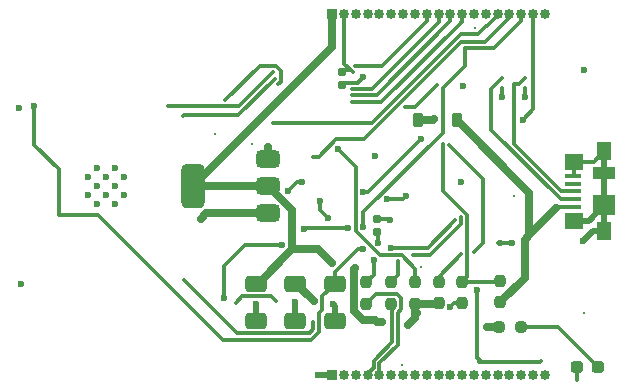
<source format=gbr>
%TF.GenerationSoftware,KiCad,Pcbnew,9.0.3*%
%TF.CreationDate,2025-08-23T20:39:01+05:00*%
%TF.ProjectId,esp-32-new,6573702d-3332-42d6-9e65-772e6b696361,rev?*%
%TF.SameCoordinates,Original*%
%TF.FileFunction,Copper,L1,Top*%
%TF.FilePolarity,Positive*%
%FSLAX46Y46*%
G04 Gerber Fmt 4.6, Leading zero omitted, Abs format (unit mm)*
G04 Created by KiCad (PCBNEW 9.0.3) date 2025-08-23 20:39:01*
%MOMM*%
%LPD*%
G01*
G04 APERTURE LIST*
G04 Aperture macros list*
%AMRoundRect*
0 Rectangle with rounded corners*
0 $1 Rounding radius*
0 $2 $3 $4 $5 $6 $7 $8 $9 X,Y pos of 4 corners*
0 Add a 4 corners polygon primitive as box body*
4,1,4,$2,$3,$4,$5,$6,$7,$8,$9,$2,$3,0*
0 Add four circle primitives for the rounded corners*
1,1,$1+$1,$2,$3*
1,1,$1+$1,$4,$5*
1,1,$1+$1,$6,$7*
1,1,$1+$1,$8,$9*
0 Add four rect primitives between the rounded corners*
20,1,$1+$1,$2,$3,$4,$5,0*
20,1,$1+$1,$4,$5,$6,$7,0*
20,1,$1+$1,$6,$7,$8,$9,0*
20,1,$1+$1,$8,$9,$2,$3,0*%
G04 Aperture macros list end*
%TA.AperFunction,SMDPad,CuDef*%
%ADD10RoundRect,0.237500X0.237500X-0.250000X0.237500X0.250000X-0.237500X0.250000X-0.237500X-0.250000X0*%
%TD*%
%TA.AperFunction,SMDPad,CuDef*%
%ADD11RoundRect,0.062500X-0.062500X0.117500X-0.062500X-0.117500X0.062500X-0.117500X0.062500X0.117500X0*%
%TD*%
%TA.AperFunction,SMDPad,CuDef*%
%ADD12RoundRect,0.155000X0.155000X-0.212500X0.155000X0.212500X-0.155000X0.212500X-0.155000X-0.212500X0*%
%TD*%
%TA.AperFunction,SMDPad,CuDef*%
%ADD13RoundRect,0.237500X-0.250000X-0.237500X0.250000X-0.237500X0.250000X0.237500X-0.250000X0.237500X0*%
%TD*%
%TA.AperFunction,SMDPad,CuDef*%
%ADD14RoundRect,0.250000X-0.650000X0.412500X-0.650000X-0.412500X0.650000X-0.412500X0.650000X0.412500X0*%
%TD*%
%TA.AperFunction,SMDPad,CuDef*%
%ADD15RoundRect,0.237500X-0.287500X-0.237500X0.287500X-0.237500X0.287500X0.237500X-0.287500X0.237500X0*%
%TD*%
%TA.AperFunction,SMDPad,CuDef*%
%ADD16RoundRect,0.225000X-0.225000X-0.375000X0.225000X-0.375000X0.225000X0.375000X-0.225000X0.375000X0*%
%TD*%
%TA.AperFunction,SMDPad,CuDef*%
%ADD17RoundRect,0.375000X0.625000X0.375000X-0.625000X0.375000X-0.625000X-0.375000X0.625000X-0.375000X0*%
%TD*%
%TA.AperFunction,SMDPad,CuDef*%
%ADD18RoundRect,0.500000X0.500000X1.400000X-0.500000X1.400000X-0.500000X-1.400000X0.500000X-1.400000X0*%
%TD*%
%TA.AperFunction,SMDPad,CuDef*%
%ADD19RoundRect,0.112500X-0.187500X-0.112500X0.187500X-0.112500X0.187500X0.112500X-0.187500X0.112500X0*%
%TD*%
%TA.AperFunction,SMDPad,CuDef*%
%ADD20R,1.380000X0.450000*%
%TD*%
%TA.AperFunction,SMDPad,CuDef*%
%ADD21R,1.300000X1.650000*%
%TD*%
%TA.AperFunction,SMDPad,CuDef*%
%ADD22R,1.550000X1.425000*%
%TD*%
%TA.AperFunction,SMDPad,CuDef*%
%ADD23R,1.900000X1.800000*%
%TD*%
%TA.AperFunction,SMDPad,CuDef*%
%ADD24R,1.900000X1.000000*%
%TD*%
%TA.AperFunction,ComponentPad*%
%ADD25R,0.850000X0.850000*%
%TD*%
%TA.AperFunction,ComponentPad*%
%ADD26C,0.850000*%
%TD*%
%TA.AperFunction,HeatsinkPad*%
%ADD27C,0.600000*%
%TD*%
%TA.AperFunction,ViaPad*%
%ADD28C,0.600000*%
%TD*%
%TA.AperFunction,ViaPad*%
%ADD29C,0.300000*%
%TD*%
%TA.AperFunction,Conductor*%
%ADD30C,0.300000*%
%TD*%
%TA.AperFunction,Conductor*%
%ADD31C,0.500000*%
%TD*%
%TA.AperFunction,Conductor*%
%ADD32C,0.700000*%
%TD*%
G04 APERTURE END LIST*
D10*
%TO.P,R4,1*%
%TO.N,/VBUS*%
X110620000Y-118480000D03*
%TO.P,R4,2*%
%TO.N,Net-(U2-VBUS)*%
X110620000Y-116655000D03*
%TD*%
%TO.P,R2,1*%
%TO.N,/VDD33*%
X105420000Y-118560000D03*
%TO.P,R2,2*%
%TO.N,Net-(U2-~{RST})*%
X105420000Y-116735000D03*
%TD*%
D11*
%TO.P,D3,1,A1*%
%TO.N,GND*%
X110800000Y-100327500D03*
%TO.P,D3,2,A2*%
%TO.N,/USB_DN*%
X110800000Y-99487500D03*
%TD*%
D10*
%TO.P,R3,1*%
%TO.N,GND*%
X107410000Y-118560000D03*
%TO.P,R3,2*%
%TO.N,Net-(U2-VBUS)*%
X107410000Y-116735000D03*
%TD*%
D12*
%TO.P,C9,1*%
%TO.N,GND*%
X97280000Y-100107500D03*
%TO.P,C9,2*%
%TO.N,/EN*%
X97280000Y-98972500D03*
%TD*%
D13*
%TO.P,R10,1*%
%TO.N,/EXT_5V*%
X110560000Y-120590000D03*
%TO.P,R10,2*%
%TO.N,Net-(D5-A)*%
X112385000Y-120590000D03*
%TD*%
D14*
%TO.P,C7,1*%
%TO.N,/VDD33*%
X89930000Y-116890000D03*
%TO.P,C7,2*%
%TO.N,GND*%
X89930000Y-120015000D03*
%TD*%
D15*
%TO.P,D5,1,K*%
%TO.N,GND*%
X117150000Y-123950000D03*
%TO.P,D5,2,A*%
%TO.N,Net-(D5-A)*%
X118900000Y-123950000D03*
%TD*%
D14*
%TO.P,C6,1*%
%TO.N,/EXT_5V*%
X93280000Y-116890000D03*
%TO.P,C6,2*%
%TO.N,GND*%
X93280000Y-120015000D03*
%TD*%
D11*
%TO.P,D4,1,A1*%
%TO.N,GND*%
X112750000Y-100327500D03*
%TO.P,D4,2,A2*%
%TO.N,/USB_DP*%
X112750000Y-99487500D03*
%TD*%
D16*
%TO.P,D2,1,K*%
%TO.N,/EXT_5V*%
X103660000Y-103020000D03*
%TO.P,D2,2,A*%
%TO.N,/VBUS*%
X106960000Y-103020000D03*
%TD*%
D10*
%TO.P,R9,1*%
%TO.N,/TXD0*%
X101400000Y-118572500D03*
%TO.P,R9,2*%
%TO.N,/RXD*%
X101400000Y-116747500D03*
%TD*%
%TO.P,R8,1*%
%TO.N,/RXD0*%
X99270000Y-118602500D03*
%TO.P,R8,2*%
%TO.N,/TXD*%
X99270000Y-116777500D03*
%TD*%
D17*
%TO.P,U3,1,GND*%
%TO.N,GND*%
X90960000Y-110910000D03*
%TO.P,U3,2,VO*%
%TO.N,/VDD33*%
X90960000Y-108610000D03*
D18*
X84660000Y-108610000D03*
D17*
%TO.P,U3,3,VI*%
%TO.N,/EXT_5V*%
X90960000Y-106310000D03*
%TD*%
D12*
%TO.P,C2,1*%
%TO.N,Net-(U1-VDD)*%
X100230000Y-112517500D03*
%TO.P,C2,2*%
%TO.N,GND*%
X100230000Y-111382500D03*
%TD*%
D19*
%TO.P,D1,1,A1*%
%TO.N,GND*%
X110612500Y-113410000D03*
%TO.P,D1,2,A2*%
%TO.N,/VBUS*%
X112712500Y-113410000D03*
%TD*%
D20*
%TO.P,J1,1,VBUS*%
%TO.N,/VBUS*%
X116800000Y-110370000D03*
%TO.P,J1,2,D-*%
%TO.N,/USB_DN*%
X116800000Y-109720000D03*
%TO.P,J1,3,D+*%
%TO.N,/USB_DP*%
X116800000Y-109070000D03*
%TO.P,J1,4,ID*%
%TO.N,unconnected-(J1-ID-Pad4)*%
X116800000Y-108420000D03*
%TO.P,J1,5,GND*%
%TO.N,GND*%
X116800000Y-107770000D03*
D21*
%TO.P,J1,6,Shield*%
X119460000Y-112445000D03*
D22*
X116885000Y-111557500D03*
D23*
X119460000Y-110220000D03*
D24*
X119460000Y-107520000D03*
D22*
X116885000Y-106582500D03*
D21*
X119460000Y-105695000D03*
%TD*%
D25*
%TO.P,J2,1,Pin_1*%
%TO.N,/VDD33*%
X96415000Y-94050000D03*
D26*
%TO.P,J2,2,Pin_2*%
%TO.N,/EN*%
X97415000Y-94050000D03*
%TO.P,J2,3,Pin_3*%
%TO.N,/SENSOR_VP*%
X98415000Y-94050000D03*
%TO.P,J2,4,Pin_4*%
X99415000Y-94050000D03*
%TO.P,J2,5,Pin_5*%
%TO.N,/IO34*%
X100415000Y-94050000D03*
%TO.P,J2,6,Pin_6*%
%TO.N,/IO35*%
X101415000Y-94050000D03*
%TO.P,J2,7,Pin_7*%
%TO.N,/IO32*%
X102415000Y-94050000D03*
%TO.P,J2,8,Pin_8*%
%TO.N,/IO33*%
X103415000Y-94050000D03*
%TO.P,J2,9,Pin_9*%
%TO.N,/IO25*%
X104415000Y-94050000D03*
%TO.P,J2,10,Pin_10*%
%TO.N,/IO26*%
X105415000Y-94050000D03*
%TO.P,J2,11,Pin_11*%
%TO.N,/IO27*%
X106415000Y-94050000D03*
%TO.P,J2,12,Pin_12*%
%TO.N,/IO14*%
X107415000Y-94050000D03*
%TO.P,J2,13,Pin_13*%
%TO.N,/IO12*%
X108415000Y-94050000D03*
%TO.P,J2,14,Pin_14*%
%TO.N,GND*%
X109415000Y-94050000D03*
%TO.P,J2,15,Pin_15*%
%TO.N,/IO13*%
X110415000Y-94050000D03*
%TO.P,J2,16,Pin_16*%
%TO.N,/SHD*%
X111415000Y-94050000D03*
%TO.P,J2,17,Pin_17*%
%TO.N,/SWP*%
X112415000Y-94050000D03*
%TO.P,J2,18,Pin_18*%
%TO.N,/SCS*%
X113415000Y-94050000D03*
%TO.P,J2,19,Pin_19*%
%TO.N,/EXT_5V*%
X114415000Y-94050000D03*
%TD*%
D14*
%TO.P,C1,1*%
%TO.N,Net-(U1-VDD)*%
X96630000Y-116890000D03*
%TO.P,C1,2*%
%TO.N,GND*%
X96630000Y-120015000D03*
%TD*%
D10*
%TO.P,R1,1*%
%TO.N,/VDD33*%
X103460000Y-118602500D03*
%TO.P,R1,2*%
%TO.N,/EN*%
X103460000Y-116777500D03*
%TD*%
D27*
%TO.P,U1,39,GND*%
%TO.N,GND*%
X78027500Y-107110000D03*
X76502500Y-107110000D03*
X78790000Y-107872500D03*
X77265000Y-107872500D03*
X75740000Y-107872500D03*
X78027500Y-108635000D03*
X76502500Y-108635000D03*
X78790000Y-109397500D03*
X77265000Y-109397500D03*
X75740000Y-109397500D03*
X78027500Y-110160000D03*
X76502500Y-110160000D03*
%TD*%
D25*
%TO.P,J3,1,Pin_1*%
%TO.N,GND*%
X96415000Y-124590000D03*
D26*
%TO.P,J3,2,Pin_2*%
%TO.N,/IO23*%
X97415000Y-124590000D03*
%TO.P,J3,3,Pin_3*%
%TO.N,/IO22*%
X98415000Y-124590000D03*
%TO.P,J3,4,Pin_4*%
%TO.N,/TXD0*%
X99415000Y-124590000D03*
%TO.P,J3,5,Pin_5*%
%TO.N,/RXD0*%
X100415000Y-124590000D03*
%TO.P,J3,6,Pin_6*%
%TO.N,/IO21*%
X101415000Y-124590000D03*
%TO.P,J3,7,Pin_7*%
%TO.N,GND*%
X102415000Y-124590000D03*
%TO.P,J3,8,Pin_8*%
%TO.N,/IO19*%
X103415000Y-124590000D03*
%TO.P,J3,9,Pin_9*%
%TO.N,/IO18*%
X104415000Y-124590000D03*
%TO.P,J3,10,Pin_10*%
%TO.N,/IO5*%
X105415000Y-124590000D03*
%TO.P,J3,11,Pin_11*%
%TO.N,/IO17*%
X106415000Y-124590000D03*
%TO.P,J3,12,Pin_12*%
%TO.N,/IO16*%
X107415000Y-124590000D03*
%TO.P,J3,13,Pin_13*%
%TO.N,/IO4*%
X108415000Y-124590000D03*
%TO.P,J3,14,Pin_14*%
%TO.N,/IO2*%
X109415000Y-124590000D03*
%TO.P,J3,15,Pin_15*%
%TO.N,/IO0*%
X110415000Y-124590000D03*
%TO.P,J3,16,Pin_16*%
%TO.N,/IO15*%
X111415000Y-124590000D03*
%TO.P,J3,17,Pin_17*%
%TO.N,/SDI*%
X112415000Y-124590000D03*
%TO.P,J3,18,Pin_18*%
%TO.N,/SD0*%
X113415000Y-124590000D03*
%TO.P,J3,19,Pin_19*%
%TO.N,/SCK*%
X114415000Y-124590000D03*
%TD*%
D28*
%TO.N,Net-(U1-VDD)*%
X98990380Y-113969620D03*
X100274620Y-113415380D03*
X71200000Y-101810000D03*
%TO.N,GND*%
X110800000Y-101130000D03*
X107480000Y-100120000D03*
D29*
X117720000Y-119390000D03*
D28*
X117630000Y-113300000D03*
X107350000Y-108250000D03*
X112750000Y-101120000D03*
X96470000Y-118630000D03*
X106410000Y-118870000D03*
D29*
X108511574Y-95261574D03*
D28*
X99040000Y-99430000D03*
X95230000Y-124630000D03*
X101300000Y-111460000D03*
D29*
X117110000Y-125040000D03*
D28*
X100020000Y-106120000D03*
X117760000Y-98830000D03*
X69860000Y-101980000D03*
X111650000Y-113440000D03*
D29*
X89660000Y-105080000D03*
X86500000Y-104190000D03*
D28*
X89990000Y-118610000D03*
X70040000Y-116900000D03*
D29*
X102330000Y-123760000D03*
D28*
X93300000Y-118470000D03*
D29*
X85270000Y-111380000D03*
X111790000Y-109480000D03*
%TO.N,/EN*%
X98140000Y-98990000D03*
D28*
X96880000Y-105470000D03*
D29*
%TO.N,Net-(U2-VDD)*%
X105280000Y-100080000D03*
X102543554Y-101943554D03*
D28*
%TO.N,/EXT_5V*%
X105060000Y-102910000D03*
X90970000Y-105360000D03*
X109550000Y-120590000D03*
X94850000Y-118390000D03*
%TO.N,/VDD33*%
X100630000Y-120130000D03*
X102850000Y-120368480D03*
X96430000Y-115140000D03*
X98353069Y-115526932D03*
%TO.N,/SCS*%
X92705380Y-109014620D03*
X103910000Y-104650000D03*
X112550000Y-103050000D03*
X99060000Y-109150000D03*
X93830000Y-108300000D03*
D29*
%TO.N,/IO14*%
X91865390Y-100024554D03*
X98100000Y-101530000D03*
X87380000Y-101360000D03*
%TO.N,/SHD*%
X94810000Y-106140000D03*
%TO.N,/IO25*%
X98309106Y-98452000D03*
%TO.N,/IO13*%
X91400000Y-103300000D03*
D28*
%TO.N,/SWP*%
X93990000Y-112270000D03*
X99060000Y-112090000D03*
X97720000Y-112160000D03*
D29*
%TO.N,/IO27*%
X98130000Y-100910000D03*
X83790000Y-102710000D03*
X91544554Y-99524554D03*
%TO.N,/IO26*%
X98086446Y-100373554D03*
X82470000Y-101860000D03*
X91410000Y-98952000D03*
D28*
%TO.N,/IO0*%
X108670000Y-117420000D03*
X87220000Y-118140000D03*
X92180000Y-113610000D03*
D29*
X110040000Y-123540000D03*
X114080000Y-123430000D03*
X103961000Y-115500000D03*
%TO.N,/IO16*%
X94800000Y-120170000D03*
X83900000Y-116580000D03*
%TO.N,/IO4*%
X91640000Y-118380000D03*
X88240000Y-118520000D03*
D28*
%TO.N,Net-(Q2-B)*%
X96072500Y-111350000D03*
X95340000Y-109910000D03*
%TO.N,/DTR*%
X102666543Y-109503457D03*
X101087303Y-109762697D03*
D29*
%TO.N,Net-(U2-~{RST})*%
X106310000Y-105121523D03*
X107332000Y-114380000D03*
X108400000Y-114230000D03*
%TO.N,Net-(U2-VBUS)*%
X105810000Y-105080000D03*
D28*
%TO.N,/TXD*%
X99930380Y-114909620D03*
X101370000Y-113840000D03*
D29*
X106830000Y-111510000D03*
%TO.N,/RXD*%
X103220000Y-114440000D03*
X107310000Y-111281479D03*
X101990000Y-114990000D03*
%TD*%
D30*
%TO.N,Net-(U1-VDD)*%
X96630000Y-116890000D02*
X95551000Y-117969000D01*
X100274620Y-112562120D02*
X100230000Y-112517500D01*
X71200000Y-105110000D02*
X71200000Y-101810000D01*
X96630000Y-115930000D02*
X98590380Y-113969620D01*
X95301000Y-120977521D02*
X94598521Y-121680000D01*
X94598521Y-121680000D02*
X87190000Y-121680000D01*
X95301000Y-119375521D02*
X95301000Y-120977521D01*
X98590380Y-113969620D02*
X98990380Y-113969620D01*
X95551000Y-119125521D02*
X95301000Y-119375521D01*
X96630000Y-116890000D02*
X96630000Y-115930000D01*
X73280000Y-107190000D02*
X71200000Y-105110000D01*
X100274620Y-113415380D02*
X100274620Y-112562120D01*
X73280000Y-111070000D02*
X73280000Y-107190000D01*
X87190000Y-121680000D02*
X76580000Y-111070000D01*
X95551000Y-117969000D02*
X95551000Y-119125521D01*
X76580000Y-111070000D02*
X73280000Y-111070000D01*
D31*
%TO.N,GND*%
X118485000Y-112445000D02*
X117630000Y-113300000D01*
D30*
X118572500Y-106582500D02*
X119460000Y-105695000D01*
X98597446Y-99872554D02*
X99040000Y-99430000D01*
D31*
X119460000Y-112445000D02*
X118485000Y-112445000D01*
D30*
X117150000Y-125000000D02*
X117110000Y-125040000D01*
X97280000Y-100107500D02*
X97514946Y-99872554D01*
D32*
X90960000Y-110910000D02*
X85740000Y-110910000D01*
D31*
X95270000Y-124590000D02*
X95230000Y-124630000D01*
X96630000Y-118790000D02*
X96470000Y-118630000D01*
D30*
X110800000Y-100327500D02*
X110800000Y-101130000D01*
D31*
X119460000Y-112445000D02*
X119460000Y-105695000D01*
D30*
X100230000Y-111382500D02*
X101222500Y-111382500D01*
X116885000Y-106582500D02*
X116885000Y-107685000D01*
X101222500Y-111382500D02*
X101300000Y-111460000D01*
D31*
X89930000Y-118670000D02*
X89990000Y-118610000D01*
X89930000Y-120015000D02*
X89930000Y-118670000D01*
D30*
X97514946Y-99872554D02*
X98597446Y-99872554D01*
D31*
X118122500Y-111557500D02*
X119460000Y-110220000D01*
D30*
X110612500Y-113410000D02*
X111620000Y-113410000D01*
X116885000Y-107685000D02*
X116800000Y-107770000D01*
D31*
X116885000Y-111557500D02*
X118122500Y-111557500D01*
X96415000Y-124590000D02*
X95270000Y-124590000D01*
D30*
X117150000Y-123950000D02*
X117150000Y-125000000D01*
D31*
X96630000Y-120015000D02*
X96630000Y-118790000D01*
D30*
X116885000Y-106582500D02*
X118572500Y-106582500D01*
D32*
X85740000Y-110910000D02*
X85270000Y-111380000D01*
D30*
X111620000Y-113410000D02*
X111650000Y-113440000D01*
D31*
X93280000Y-120015000D02*
X93280000Y-118490000D01*
D30*
X107410000Y-118560000D02*
X106720000Y-118560000D01*
X106720000Y-118560000D02*
X106410000Y-118870000D01*
X112750000Y-100327500D02*
X112750000Y-101120000D01*
D31*
X93280000Y-118490000D02*
X93300000Y-118470000D01*
D30*
%TO.N,/EN*%
X98140000Y-98990000D02*
X97987500Y-98837500D01*
X97415000Y-98265000D02*
X98140000Y-98990000D01*
X97415000Y-98837500D02*
X97280000Y-98972500D01*
X97987500Y-98837500D02*
X97415000Y-98837500D01*
X102310000Y-114490000D02*
X103460000Y-115640000D01*
X97415000Y-94050000D02*
X97415000Y-98265000D01*
X98410000Y-107000000D02*
X98410000Y-112470000D01*
X100430000Y-114490000D02*
X102310000Y-114490000D01*
X96880000Y-105470000D02*
X98410000Y-107000000D01*
X98410000Y-112470000D02*
X100430000Y-114490000D01*
X103460000Y-115640000D02*
X103460000Y-116777500D01*
%TO.N,Net-(U2-VDD)*%
X102543554Y-101943554D02*
X103416446Y-101943554D01*
X103416446Y-101943554D02*
X105280000Y-100080000D01*
D32*
%TO.N,/EXT_5V*%
X93350000Y-116890000D02*
X94850000Y-118390000D01*
X103660000Y-103020000D02*
X104950000Y-103020000D01*
X93280000Y-116890000D02*
X93350000Y-116890000D01*
X104950000Y-103020000D02*
X105060000Y-102910000D01*
X90970000Y-106300000D02*
X90960000Y-106310000D01*
X90970000Y-105360000D02*
X90970000Y-106300000D01*
X109550000Y-120590000D02*
X110560000Y-120590000D01*
%TO.N,/VDD33*%
X96415000Y-94050000D02*
X96415000Y-96855000D01*
X103460000Y-118602500D02*
X103460000Y-119240000D01*
X90960000Y-108610000D02*
X91020000Y-108610000D01*
X96415000Y-96855000D02*
X84660000Y-108610000D01*
X90103496Y-116890000D02*
X89930000Y-116890000D01*
X100630000Y-120130000D02*
X100178280Y-120130000D01*
X91020000Y-108610000D02*
X93031000Y-110621000D01*
X102850000Y-120368480D02*
X103460000Y-119758480D01*
X98244000Y-115636001D02*
X98353069Y-115526932D01*
X93031000Y-113962496D02*
X95252496Y-113962496D01*
X100014640Y-119966360D02*
X99024672Y-119966360D01*
X103460000Y-118602500D02*
X105377500Y-118602500D01*
X103460000Y-119758480D02*
X103460000Y-119240000D01*
X84660000Y-108610000D02*
X90960000Y-108610000D01*
X95252496Y-113962496D02*
X96430000Y-115140000D01*
X98244000Y-119185688D02*
X98244000Y-115636001D01*
X93031000Y-110621000D02*
X93031000Y-113962496D01*
X99024672Y-119966360D02*
X98244000Y-119185688D01*
X100178280Y-120130000D02*
X100014640Y-119966360D01*
X93031000Y-113962496D02*
X90103496Y-116890000D01*
X103460000Y-119240000D02*
X103560000Y-119340000D01*
X105377500Y-118602500D02*
X105420000Y-118560000D01*
%TO.N,/VBUS*%
X113115000Y-112765000D02*
X115400000Y-110480000D01*
D30*
X115510000Y-110370000D02*
X115400000Y-110480000D01*
D32*
X113115000Y-109175000D02*
X106960000Y-103020000D01*
X112712500Y-113167500D02*
X113115000Y-112765000D01*
X110620000Y-118480000D02*
X112712500Y-116387500D01*
X112712500Y-116387500D02*
X112712500Y-113410000D01*
X113115000Y-112765000D02*
X113115000Y-109175000D01*
D30*
X116800000Y-110370000D02*
X115510000Y-110370000D01*
D32*
X112712500Y-113410000D02*
X112712500Y-113167500D01*
D30*
%TO.N,/USB_DN*%
X116800000Y-109720000D02*
X115751480Y-109720000D01*
X109880000Y-103848520D02*
X109880000Y-100407500D01*
X109880000Y-100407500D02*
X110800000Y-99487500D01*
X115751480Y-109720000D02*
X109880000Y-103848520D01*
%TO.N,/USB_DP*%
X116800000Y-109070000D02*
X115810000Y-109070000D01*
X111810000Y-99990000D02*
X112247500Y-99990000D01*
X112247500Y-99990000D02*
X112750000Y-99487500D01*
X111810000Y-105070000D02*
X111810000Y-99990000D01*
X115810000Y-109070000D02*
X111810000Y-105070000D01*
%TO.N,Net-(D5-A)*%
X115540000Y-120590000D02*
X118900000Y-123950000D01*
X112385000Y-120590000D02*
X115540000Y-120590000D01*
%TO.N,/SCS*%
X99410000Y-109150000D02*
X99060000Y-109150000D01*
X93830000Y-108300000D02*
X93420000Y-108300000D01*
X113415000Y-102145000D02*
X112640000Y-102920000D01*
X103910000Y-104650000D02*
X99410000Y-109150000D01*
X112640000Y-102960000D02*
X112550000Y-103050000D01*
X113415000Y-94050000D02*
X113415000Y-102145000D01*
X93420000Y-108300000D02*
X92705380Y-109014620D01*
X112640000Y-102920000D02*
X112640000Y-102960000D01*
%TO.N,/IO14*%
X107387940Y-94699437D02*
X107193689Y-94893689D01*
X100557377Y-101530000D02*
X98100000Y-101530000D01*
X107193689Y-94893689D02*
X107415000Y-94672378D01*
X92045554Y-98879034D02*
X91617520Y-98451000D01*
X91865390Y-100024554D02*
X92045554Y-99844390D01*
X92045554Y-99844390D02*
X92045554Y-98879034D01*
X91617520Y-98451000D02*
X90289000Y-98451000D01*
X107415000Y-94672378D02*
X107415000Y-94050000D01*
X107193689Y-94893689D02*
X100557377Y-101530000D01*
X90289000Y-98451000D02*
X87380000Y-101360000D01*
%TO.N,/SHD*%
X95270000Y-106140000D02*
X96751000Y-104659000D01*
X111415000Y-94358147D02*
X111415000Y-94050000D01*
X107350000Y-96430000D02*
X109343147Y-96430000D01*
X109343147Y-96430000D02*
X111415000Y-94358147D01*
X94810000Y-106140000D02*
X95270000Y-106140000D01*
X96751000Y-104659000D02*
X99121000Y-104659000D01*
X99121000Y-104659000D02*
X107350000Y-96430000D01*
%TO.N,/IO25*%
X100658000Y-98452000D02*
X98309106Y-98452000D01*
X104420000Y-94690000D02*
X104415000Y-94685000D01*
X104415000Y-94685000D02*
X104415000Y-94050000D01*
X104420000Y-94690000D02*
X100658000Y-98452000D01*
%TO.N,/IO13*%
X109450000Y-95040000D02*
X108727426Y-95762574D01*
X110415000Y-94147430D02*
X109522430Y-95040000D01*
X109522430Y-95040000D02*
X109450000Y-95040000D01*
X107382574Y-95762574D02*
X107340000Y-95720000D01*
X108727426Y-95762574D02*
X107382574Y-95762574D01*
X107340000Y-95720000D02*
X99760000Y-103300000D01*
X110415000Y-94050000D02*
X110415000Y-94147430D01*
X99760000Y-103300000D02*
X91400000Y-103300000D01*
%TO.N,/SWP*%
X112415000Y-94050000D02*
X112415000Y-94651040D01*
X107640000Y-96970000D02*
X107640000Y-98428521D01*
X99060000Y-110851000D02*
X99060000Y-112090000D01*
X105761000Y-104150000D02*
X99060000Y-110851000D01*
X110096040Y-96970000D02*
X107640000Y-96970000D01*
X107640000Y-98428521D02*
X105761000Y-100307521D01*
X97720000Y-112160000D02*
X94100000Y-112160000D01*
X112415000Y-94651040D02*
X110096040Y-96970000D01*
X105761000Y-100307521D02*
X105761000Y-104150000D01*
X94100000Y-112160000D02*
X93990000Y-112270000D01*
%TO.N,/IO27*%
X100179538Y-100910000D02*
X106415000Y-94674538D01*
X98130000Y-100910000D02*
X100179538Y-100910000D01*
X106415000Y-94674538D02*
X106415000Y-94050000D01*
X83850000Y-102650000D02*
X83790000Y-102710000D01*
X91544554Y-99555446D02*
X88450000Y-102650000D01*
X88450000Y-102650000D02*
X83850000Y-102650000D01*
X91544554Y-99524554D02*
X91544554Y-99555446D01*
%TO.N,/IO26*%
X99756446Y-100373554D02*
X105415000Y-94715000D01*
X88502000Y-101860000D02*
X82470000Y-101860000D01*
X105415000Y-94715000D02*
X105415000Y-94050000D01*
X91410000Y-98952000D02*
X88502000Y-101860000D01*
X98086446Y-100373554D02*
X99756446Y-100373554D01*
%TO.N,/IO0*%
X109060000Y-123540000D02*
X108860000Y-123540000D01*
X87220000Y-118140000D02*
X87220000Y-115430000D01*
X110040000Y-123540000D02*
X109060000Y-123540000D01*
X108670000Y-123150000D02*
X108670000Y-117420000D01*
X89040000Y-113610000D02*
X92180000Y-113610000D01*
X113970000Y-123540000D02*
X114080000Y-123430000D01*
X109060000Y-123540000D02*
X108670000Y-123150000D01*
X87220000Y-115430000D02*
X89040000Y-113610000D01*
X110040000Y-123540000D02*
X113970000Y-123540000D01*
%TO.N,/IO16*%
X94800000Y-120770000D02*
X94541500Y-121028500D01*
X94541500Y-121028500D02*
X88348500Y-121028500D01*
X94800000Y-120170000D02*
X94800000Y-120770000D01*
X88348500Y-121028500D02*
X83900000Y-116580000D01*
%TO.N,/RXD0*%
X101960000Y-122070000D02*
X101960000Y-119338846D01*
X102226000Y-118072154D02*
X101887846Y-117734000D01*
X101887846Y-117734000D02*
X100138500Y-117734000D01*
X100138500Y-117734000D02*
X99270000Y-118602500D01*
X100415000Y-123615000D02*
X101960000Y-122070000D01*
X100415000Y-124590000D02*
X100415000Y-123615000D01*
X101960000Y-119338846D02*
X102226000Y-119072846D01*
X102226000Y-119072846D02*
X102226000Y-118072154D01*
%TO.N,/TXD0*%
X101459000Y-119131325D02*
X101550000Y-119040326D01*
X101459000Y-121862480D02*
X101459000Y-119131325D01*
X99639000Y-124268570D02*
X99914000Y-123993570D01*
X101550000Y-119040326D02*
X101550000Y-118722500D01*
X99639000Y-124366000D02*
X99639000Y-124268570D01*
X99415000Y-124590000D02*
X99639000Y-124366000D01*
X99914000Y-123407479D02*
X101459000Y-121862480D01*
X99914000Y-123993570D02*
X99914000Y-123407479D01*
X101550000Y-118722500D02*
X101400000Y-118572500D01*
%TO.N,/IO4*%
X91640000Y-118380000D02*
X91219000Y-117959000D01*
X88801000Y-117959000D02*
X88240000Y-118520000D01*
X91219000Y-117959000D02*
X88801000Y-117959000D01*
%TO.N,Net-(Q2-B)*%
X95340000Y-109910000D02*
X95340000Y-110617500D01*
X95340000Y-110617500D02*
X96072500Y-111350000D01*
%TO.N,/DTR*%
X102407303Y-109762697D02*
X102666543Y-109503457D01*
X101087303Y-109762697D02*
X102407303Y-109762697D01*
%TO.N,Net-(U2-~{RST})*%
X105420000Y-116292000D02*
X105420000Y-116735000D01*
X106310000Y-105121523D02*
X109210000Y-108021523D01*
X109210000Y-108021523D02*
X109210000Y-113420000D01*
X109210000Y-113420000D02*
X108400000Y-114230000D01*
X107332000Y-114380000D02*
X105420000Y-116292000D01*
%TO.N,Net-(U2-VBUS)*%
X110540000Y-116735000D02*
X110620000Y-116655000D01*
X105810000Y-105080000D02*
X105810000Y-109072958D01*
X107410000Y-116735000D02*
X110540000Y-116735000D01*
X107832000Y-111094958D02*
X107832000Y-116313000D01*
X107832000Y-116313000D02*
X107410000Y-116735000D01*
X105810000Y-109072958D02*
X107832000Y-111094958D01*
%TO.N,/TXD*%
X106830000Y-111510000D02*
X104500000Y-113840000D01*
X99930380Y-116117120D02*
X99270000Y-116777500D01*
X99930380Y-114909620D02*
X99930380Y-116117120D01*
X104500000Y-113840000D02*
X101370000Y-113840000D01*
%TO.N,/RXD*%
X107331000Y-111819000D02*
X106900000Y-112250000D01*
X104710000Y-114440000D02*
X103220000Y-114440000D01*
X107331000Y-111302480D02*
X107331000Y-111819000D01*
X101990000Y-114990000D02*
X101990000Y-116157500D01*
X107310000Y-111281479D02*
X107331000Y-111302480D01*
X106900000Y-112250000D02*
X104710000Y-114440000D01*
X101990000Y-116157500D02*
X101400000Y-116747500D01*
%TD*%
M02*

</source>
